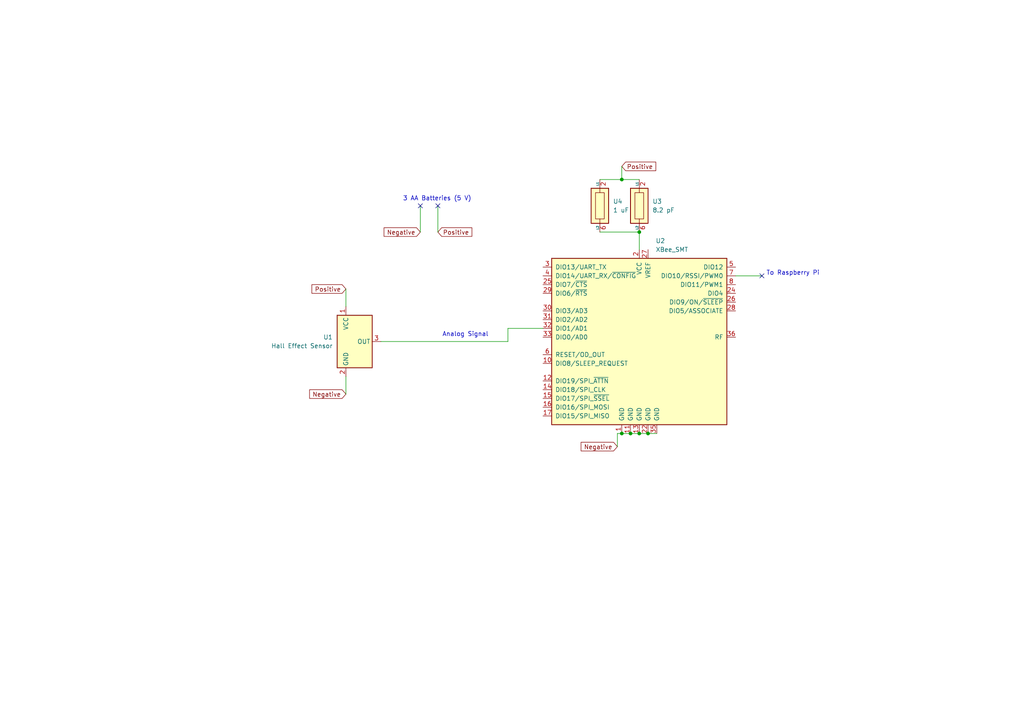
<source format=kicad_sch>
(kicad_sch (version 20230121) (generator eeschema)

  (uuid f9abcdbe-662d-441c-a30a-d404041cfd40)

  (paper "A4")

  (lib_symbols
    (symbol "Power_Management:HF81" (pin_names (offset 0)) (in_bom yes) (on_board yes)
      (property "Reference" "U" (at 3.81 1.27 0)
        (effects (font (size 1.27 1.27)) (justify left))
      )
      (property "Value" "HF81" (at 3.81 -1.27 0)
        (effects (font (size 1.27 1.27)) (justify left))
      )
      (property "Footprint" "Package_SO:SOIC-8_3.9x4.9mm_P1.27mm" (at 0 0 0)
        (effects (font (size 1.27 1.27) italic) hide)
      )
      (property "Datasheet" "http://www.monolithicpower.com/DesktopModules/DocumentManage/API/Document/getDocument?id=142" (at 0 0 0)
        (effects (font (size 1.27 1.27)) hide)
      )
      (property "ki_keywords" "X capacitor discharge" (at 0 0 0)
        (effects (font (size 1.27 1.27)) hide)
      )
      (property "ki_description" "X capacitor bleeder, SOIC-8" (at 0 0 0)
        (effects (font (size 1.27 1.27)) hide)
      )
      (property "ki_fp_filters" "SOIC*3.9x4.9mm*P1.27mm*" (at 0 0 0)
        (effects (font (size 1.27 1.27)) hide)
      )
      (symbol "HF81_0_1"
        (rectangle (start -2.54 5.08) (end 2.54 -5.08)
          (stroke (width 0.254) (type default))
          (fill (type background))
        )
        (rectangle (start -1.27 3.81) (end 1.27 -3.81)
          (stroke (width 0) (type default))
          (fill (type none))
        )
        (polyline
          (pts
            (xy 0 -3.81)
            (xy 0 -5.08)
          )
          (stroke (width 0) (type default))
          (fill (type none))
        )
        (polyline
          (pts
            (xy 0 5.08)
            (xy 0 3.81)
          )
          (stroke (width 0) (type default))
          (fill (type none))
        )
      )
      (symbol "HF81_1_1"
        (pin no_connect line (at -2.54 5.08 0) (length 2.54) hide
          (name "NC" (effects (font (size 1.27 1.27))))
          (number "1" (effects (font (size 1.27 1.27))))
        )
        (pin passive line (at 0 7.62 270) (length 2.54)
          (name "L1" (effects (font (size 0.635 0.635))))
          (number "2" (effects (font (size 1.27 1.27))))
        )
        (pin passive line (at 0 7.62 270) (length 2.54) hide
          (name "L1" (effects (font (size 0.635 0.635))))
          (number "3" (effects (font (size 1.27 1.27))))
        )
        (pin no_connect line (at -2.54 2.54 0) (length 2.54) hide
          (name "NC" (effects (font (size 1.27 1.27))))
          (number "4" (effects (font (size 1.27 1.27))))
        )
        (pin no_connect line (at -2.54 -2.54 0) (length 2.54) hide
          (name "NC" (effects (font (size 1.27 1.27))))
          (number "5" (effects (font (size 1.27 1.27))))
        )
        (pin passive line (at 0 -7.62 90) (length 2.54)
          (name "L2" (effects (font (size 0.635 0.635))))
          (number "6" (effects (font (size 1.27 1.27))))
        )
        (pin passive line (at 0 -7.62 90) (length 2.54) hide
          (name "L2" (effects (font (size 0.635 0.635))))
          (number "7" (effects (font (size 1.27 1.27))))
        )
        (pin no_connect line (at -2.54 -5.08 0) (length 2.54) hide
          (name "NC" (effects (font (size 1.27 1.27))))
          (number "8" (effects (font (size 1.27 1.27))))
        )
      )
    )
    (symbol "RF_ZigBee:XBee_SMT" (pin_names (offset 1.016)) (in_bom yes) (on_board yes)
      (property "Reference" "U" (at -24.384 26.162 0)
        (effects (font (size 1.27 1.27)))
      )
      (property "Value" "XBee_SMT" (at -20.828 24.384 0)
        (effects (font (size 1.27 1.27)))
      )
      (property "Footprint" "RF_Module:Digi_XBee_SMT" (at 21.336 -26.924 0)
        (effects (font (size 1.27 1.27)) hide)
      )
      (property "Datasheet" "http://www.digi.com/resources/documentation/digidocs/pdfs/90002126.pdf" (at 0 -10.16 0)
        (effects (font (size 1.27 1.27)) hide)
      )
      (property "ki_keywords" "Digi XBee" (at 0 0 0)
        (effects (font (size 1.27 1.27)) hide)
      )
      (property "ki_description" "Digi Xbee SMT RF module" (at 0 0 0)
        (effects (font (size 1.27 1.27)) hide)
      )
      (property "ki_fp_filters" "Digi*XBee*SMT*" (at 0 0 0)
        (effects (font (size 1.27 1.27)) hide)
      )
      (symbol "XBee_SMT_0_1"
        (rectangle (start -25.4 22.86) (end 25.4 -25.4)
          (stroke (width 0.254) (type default))
          (fill (type background))
        )
      )
      (symbol "XBee_SMT_1_1"
        (pin power_in line (at -5.08 -27.94 90) (length 2.54)
          (name "GND" (effects (font (size 1.27 1.27))))
          (number "1" (effects (font (size 1.27 1.27))))
        )
        (pin bidirectional line (at -27.94 -7.62 0) (length 2.54)
          (name "DIO8/SLEEP_REQUEST" (effects (font (size 1.27 1.27))))
          (number "10" (effects (font (size 1.27 1.27))))
        )
        (pin power_in line (at -2.54 -27.94 90) (length 2.54)
          (name "GND" (effects (font (size 1.27 1.27))))
          (number "11" (effects (font (size 1.27 1.27))))
        )
        (pin output line (at -27.94 -12.7 0) (length 2.54)
          (name "DIO19/SPI_~{ATTN}" (effects (font (size 1.27 1.27))))
          (number "12" (effects (font (size 1.27 1.27))))
        )
        (pin power_in line (at 0 -27.94 90) (length 2.54)
          (name "GND" (effects (font (size 1.27 1.27))))
          (number "13" (effects (font (size 1.27 1.27))))
        )
        (pin input line (at -27.94 -15.24 0) (length 2.54)
          (name "DIO18/SPI_CLK" (effects (font (size 1.27 1.27))))
          (number "14" (effects (font (size 1.27 1.27))))
        )
        (pin input line (at -27.94 -17.78 0) (length 2.54)
          (name "DIO17/SPI_~{SSEL}" (effects (font (size 1.27 1.27))))
          (number "15" (effects (font (size 1.27 1.27))))
        )
        (pin input line (at -27.94 -20.32 0) (length 2.54)
          (name "DIO16/SPI_MOSI" (effects (font (size 1.27 1.27))))
          (number "16" (effects (font (size 1.27 1.27))))
        )
        (pin output line (at -27.94 -22.86 0) (length 2.54)
          (name "DIO15/SPI_MISO" (effects (font (size 1.27 1.27))))
          (number "17" (effects (font (size 1.27 1.27))))
        )
        (pin no_connect line (at 25.4 -20.32 180) (length 2.54) hide
          (name "NC" (effects (font (size 1.27 1.27))))
          (number "18" (effects (font (size 1.27 1.27))))
        )
        (pin no_connect line (at 25.4 -17.78 180) (length 2.54) hide
          (name "NC" (effects (font (size 1.27 1.27))))
          (number "19" (effects (font (size 1.27 1.27))))
        )
        (pin power_in line (at 0 25.4 270) (length 2.54)
          (name "VCC" (effects (font (size 1.27 1.27))))
          (number "2" (effects (font (size 1.27 1.27))))
        )
        (pin no_connect line (at 25.4 -15.24 180) (length 2.54) hide
          (name "NC" (effects (font (size 1.27 1.27))))
          (number "20" (effects (font (size 1.27 1.27))))
        )
        (pin no_connect line (at 25.4 -12.7 180) (length 2.54) hide
          (name "NC" (effects (font (size 1.27 1.27))))
          (number "21" (effects (font (size 1.27 1.27))))
        )
        (pin power_in line (at 2.54 -27.94 90) (length 2.54)
          (name "GND" (effects (font (size 1.27 1.27))))
          (number "22" (effects (font (size 1.27 1.27))))
        )
        (pin no_connect line (at 25.4 -10.16 180) (length 2.54) hide
          (name "NC" (effects (font (size 1.27 1.27))))
          (number "23" (effects (font (size 1.27 1.27))))
        )
        (pin bidirectional line (at 27.94 12.7 180) (length 2.54)
          (name "DIO4" (effects (font (size 1.27 1.27))))
          (number "24" (effects (font (size 1.27 1.27))))
        )
        (pin bidirectional line (at -27.94 15.24 0) (length 2.54)
          (name "DIO7/~{CTS}" (effects (font (size 1.27 1.27))))
          (number "25" (effects (font (size 1.27 1.27))))
        )
        (pin bidirectional line (at 27.94 10.16 180) (length 2.54)
          (name "DIO9/ON/~{SLEEP}" (effects (font (size 1.27 1.27))))
          (number "26" (effects (font (size 1.27 1.27))))
        )
        (pin input line (at 2.54 25.4 270) (length 2.54)
          (name "VREF" (effects (font (size 1.27 1.27))))
          (number "27" (effects (font (size 1.27 1.27))))
        )
        (pin bidirectional line (at 27.94 7.62 180) (length 2.54)
          (name "DIO5/ASSOCIATE" (effects (font (size 1.27 1.27))))
          (number "28" (effects (font (size 1.27 1.27))))
        )
        (pin bidirectional line (at -27.94 12.7 0) (length 2.54)
          (name "DIO6/~{RTS}" (effects (font (size 1.27 1.27))))
          (number "29" (effects (font (size 1.27 1.27))))
        )
        (pin bidirectional line (at -27.94 20.32 0) (length 2.54)
          (name "DIO13/UART_TX" (effects (font (size 1.27 1.27))))
          (number "3" (effects (font (size 1.27 1.27))))
        )
        (pin bidirectional line (at -27.94 7.62 0) (length 2.54)
          (name "DIO3/AD3" (effects (font (size 1.27 1.27))))
          (number "30" (effects (font (size 1.27 1.27))))
        )
        (pin bidirectional line (at -27.94 5.08 0) (length 2.54)
          (name "DIO2/AD2" (effects (font (size 1.27 1.27))))
          (number "31" (effects (font (size 1.27 1.27))))
        )
        (pin bidirectional line (at -27.94 2.54 0) (length 2.54)
          (name "DIO1/AD1" (effects (font (size 1.27 1.27))))
          (number "32" (effects (font (size 1.27 1.27))))
        )
        (pin bidirectional line (at -27.94 0 0) (length 2.54)
          (name "DIO0/AD0" (effects (font (size 1.27 1.27))))
          (number "33" (effects (font (size 1.27 1.27))))
        )
        (pin no_connect line (at 25.4 -7.62 180) (length 2.54) hide
          (name "NC" (effects (font (size 1.27 1.27))))
          (number "34" (effects (font (size 1.27 1.27))))
        )
        (pin power_in line (at 5.08 -27.94 90) (length 2.54)
          (name "GND" (effects (font (size 1.27 1.27))))
          (number "35" (effects (font (size 1.27 1.27))))
        )
        (pin bidirectional line (at 27.94 0 180) (length 2.54)
          (name "RF" (effects (font (size 1.27 1.27))))
          (number "36" (effects (font (size 1.27 1.27))))
        )
        (pin no_connect line (at 25.4 -5.08 180) (length 2.54) hide
          (name "NC" (effects (font (size 1.27 1.27))))
          (number "37" (effects (font (size 1.27 1.27))))
        )
        (pin bidirectional line (at -27.94 17.78 0) (length 2.54)
          (name "DIO14/UART_RX/~{CONFIG}" (effects (font (size 1.27 1.27))))
          (number "4" (effects (font (size 1.27 1.27))))
        )
        (pin bidirectional line (at 27.94 20.32 180) (length 2.54)
          (name "DIO12" (effects (font (size 1.27 1.27))))
          (number "5" (effects (font (size 1.27 1.27))))
        )
        (pin bidirectional line (at -27.94 -5.08 0) (length 2.54)
          (name "RESET/OD_OUT" (effects (font (size 1.27 1.27))))
          (number "6" (effects (font (size 1.27 1.27))))
        )
        (pin bidirectional line (at 27.94 17.78 180) (length 2.54)
          (name "DIO10/RSSI/PWM0" (effects (font (size 1.27 1.27))))
          (number "7" (effects (font (size 1.27 1.27))))
        )
        (pin bidirectional line (at 27.94 15.24 180) (length 2.54)
          (name "DIO11/PWM1" (effects (font (size 1.27 1.27))))
          (number "8" (effects (font (size 1.27 1.27))))
        )
        (pin no_connect line (at 25.4 -22.86 180) (length 2.54) hide
          (name "NC" (effects (font (size 1.27 1.27))))
          (number "9" (effects (font (size 1.27 1.27))))
        )
      )
    )
    (symbol "Sensor_Magnetic:DRV5055A2xLPGxQ1" (in_bom yes) (on_board yes)
      (property "Reference" "U" (at 5.08 12.7 0)
        (effects (font (size 1.27 1.27)))
      )
      (property "Value" "DRV5055A2xLPGxQ1" (at 7.62 10.16 0)
        (effects (font (size 1.27 1.27)))
      )
      (property "Footprint" "Package_TO_SOT_THT:TO-92_Inline" (at 0 0 0)
        (effects (font (size 1.27 1.27)) hide)
      )
      (property "Datasheet" "https://www.ti.com/lit/ds/symlink/drv5055-q1.pdf" (at 0 0 0)
        (effects (font (size 1.27 1.27)) hide)
      )
      (property "ki_keywords" "Automotive Ratiometric Linear Hall Effect Sensor AEC-Q100" (at 0 0 0)
        (effects (font (size 1.27 1.27)) hide)
      )
      (property "ki_description" "50 mV/mT,±42-mT, 20-kHz, 3.3/5V, TO-92" (at 0 0 0)
        (effects (font (size 1.27 1.27)) hide)
      )
      (property "ki_fp_filters" "TO?92*" (at 0 0 0)
        (effects (font (size 1.27 1.27)) hide)
      )
      (symbol "DRV5055A2xLPGxQ1_1_1"
        (rectangle (start -5.08 7.62) (end 5.08 -7.62)
          (stroke (width 0.254) (type default))
          (fill (type background))
        )
        (pin power_in line (at -2.54 10.16 270) (length 2.54)
          (name "VCC" (effects (font (size 1.27 1.27))))
          (number "1" (effects (font (size 1.27 1.27))))
        )
        (pin power_in line (at -2.54 -10.16 90) (length 2.54)
          (name "GND" (effects (font (size 1.27 1.27))))
          (number "2" (effects (font (size 1.27 1.27))))
        )
        (pin output line (at 7.62 0 180) (length 2.54)
          (name "OUT" (effects (font (size 1.27 1.27))))
          (number "3" (effects (font (size 1.27 1.27))))
        )
      )
    )
  )

  (junction (at 185.42 67.31) (diameter 0) (color 0 0 0 0)
    (uuid 11006979-8d0f-4520-aa4d-af9cb0bf19dc)
  )
  (junction (at 180.34 52.07) (diameter 0) (color 0 0 0 0)
    (uuid 17fa581b-4a5a-443d-a21d-4b39b815ab3f)
  )
  (junction (at 180.34 125.73) (diameter 0) (color 0 0 0 0)
    (uuid 734c7b57-db52-4daf-922f-13886a77fdf0)
  )
  (junction (at 182.88 125.73) (diameter 0) (color 0 0 0 0)
    (uuid 8245b7a9-cdd5-4a4a-9787-9311980f50c8)
  )
  (junction (at 185.42 125.73) (diameter 0) (color 0 0 0 0)
    (uuid ad8917ec-b7a9-4226-b4cd-a721b9369656)
  )
  (junction (at 187.96 125.73) (diameter 0) (color 0 0 0 0)
    (uuid d1e02458-7a57-4b06-a051-f14e683080a8)
  )

  (no_connect (at 121.92 59.69) (uuid 21b18f65-f004-427f-99ac-a6d9c6d44808))
  (no_connect (at 127 59.69) (uuid 69d59910-3b41-4078-b6b0-63e0ce1bafa6))
  (no_connect (at 220.98 80.01) (uuid c1cbe75c-4117-47c3-ae55-322c8c98b7d9))

  (wire (pts (xy 173.99 52.07) (xy 180.34 52.07))
    (stroke (width 0) (type default))
    (uuid 0ab47866-94d2-440a-9bb0-01ab724ca3cf)
  )
  (wire (pts (xy 121.92 59.69) (xy 121.92 67.31))
    (stroke (width 0) (type default))
    (uuid 24dc198e-35aa-4a0c-a1fd-19ae258c979e)
  )
  (wire (pts (xy 185.42 125.73) (xy 187.96 125.73))
    (stroke (width 0) (type default))
    (uuid 2c42aa78-cb44-4238-ac33-827dc736cb5a)
  )
  (wire (pts (xy 147.32 99.06) (xy 147.32 95.25))
    (stroke (width 0) (type default))
    (uuid 3b849feb-0f2d-47db-b7e2-2207fdec9d83)
  )
  (wire (pts (xy 182.88 125.73) (xy 185.42 125.73))
    (stroke (width 0) (type default))
    (uuid 60307ffc-b454-4ae4-8c17-0f755642cbbb)
  )
  (wire (pts (xy 100.33 83.82) (xy 100.33 88.9))
    (stroke (width 0) (type default))
    (uuid 76e38ecf-0540-4a80-9039-1461b4961945)
  )
  (wire (pts (xy 100.33 114.3) (xy 100.33 109.22))
    (stroke (width 0) (type default))
    (uuid 78304a09-647c-4166-97f4-6cc58e20a685)
  )
  (wire (pts (xy 180.34 48.26) (xy 180.34 52.07))
    (stroke (width 0) (type default))
    (uuid 783056a6-dddf-49a3-87f2-67c717f68879)
  )
  (wire (pts (xy 179.07 125.73) (xy 179.07 129.54))
    (stroke (width 0) (type default))
    (uuid 7833b20a-8fdd-4bca-81a4-49564fbb0a9a)
  )
  (wire (pts (xy 213.36 80.01) (xy 220.98 80.01))
    (stroke (width 0) (type default))
    (uuid 84fca07b-04c6-46e0-8349-b5fb3373df95)
  )
  (wire (pts (xy 147.32 95.25) (xy 157.48 95.25))
    (stroke (width 0) (type default))
    (uuid 93c33414-1103-41bb-bcf6-19d2c25e4953)
  )
  (wire (pts (xy 180.34 52.07) (xy 185.42 52.07))
    (stroke (width 0) (type default))
    (uuid 97d75bbf-bbc7-4c05-99b8-9a9f4ef8b9f5)
  )
  (wire (pts (xy 173.99 67.31) (xy 185.42 67.31))
    (stroke (width 0) (type default))
    (uuid a6f7c610-ffd7-4ea8-b06c-5244e1505d94)
  )
  (wire (pts (xy 127 59.69) (xy 127 67.31))
    (stroke (width 0) (type default))
    (uuid a80af0dd-6c09-4264-af0d-772936d6dbe5)
  )
  (wire (pts (xy 110.49 99.06) (xy 147.32 99.06))
    (stroke (width 0) (type default))
    (uuid b4e43c61-cff6-476c-8c06-59c65cecbda2)
  )
  (wire (pts (xy 180.34 125.73) (xy 182.88 125.73))
    (stroke (width 0) (type default))
    (uuid bc34bcf4-e8d1-4485-9cf4-408009d7ff87)
  )
  (wire (pts (xy 187.96 125.73) (xy 190.5 125.73))
    (stroke (width 0) (type default))
    (uuid bced5663-571b-46cb-b1ab-04f1df76ad1e)
  )
  (wire (pts (xy 179.07 125.73) (xy 180.34 125.73))
    (stroke (width 0) (type default))
    (uuid f33a0f06-f4d0-4e06-8f30-05f6b9ce24ea)
  )
  (wire (pts (xy 185.42 67.31) (xy 185.42 72.39))
    (stroke (width 0) (type default))
    (uuid fb4b674c-8d31-47b9-948f-ddfb5599efe4)
  )

  (text "3 AA Batteries (5 V)" (at 116.84 58.42 0)
    (effects (font (size 1.27 1.27)) (justify left bottom))
    (uuid 09ee09ff-62b9-4bf3-9961-5bc167ef804b)
  )
  (text "Analog Signal" (at 128.27 97.79 0)
    (effects (font (size 1.27 1.27)) (justify left bottom))
    (uuid 30fc9c42-0e7a-41f9-a706-512df399b4c0)
  )
  (text "To Raspberry Pi" (at 222.25 80.01 0)
    (effects (font (size 1.27 1.27)) (justify left bottom))
    (uuid e3f737c7-df3a-46d5-bcf7-188e05347340)
  )

  (global_label "Positive" (shape input) (at 180.34 48.26 0) (fields_autoplaced)
    (effects (font (size 1.27 1.27)) (justify left))
    (uuid 517bf356-9d1a-4d0c-9d14-f1e24aaa7fd6)
    (property "Intersheetrefs" "${INTERSHEET_REFS}" (at 190.7638 48.26 0)
      (effects (font (size 1.27 1.27)) (justify left) hide)
    )
  )
  (global_label "Negative" (shape input) (at 179.07 129.54 180) (fields_autoplaced)
    (effects (font (size 1.27 1.27)) (justify right))
    (uuid 7331ffa2-8142-484b-a022-9b4b44637728)
    (property "Intersheetrefs" "${INTERSHEET_REFS}" (at 167.981 129.54 0)
      (effects (font (size 1.27 1.27)) (justify right) hide)
    )
  )
  (global_label "Negative" (shape input) (at 121.92 67.31 180) (fields_autoplaced)
    (effects (font (size 1.27 1.27)) (justify right))
    (uuid 9bcf6c3d-e4a0-499c-9923-77d428bd3d5b)
    (property "Intersheetrefs" "${INTERSHEET_REFS}" (at 110.831 67.31 0)
      (effects (font (size 1.27 1.27)) (justify right) hide)
    )
  )
  (global_label "Positive" (shape input) (at 127 67.31 0) (fields_autoplaced)
    (effects (font (size 1.27 1.27)) (justify left))
    (uuid a74fe63e-22ca-4c42-8021-3b0cd6800c99)
    (property "Intersheetrefs" "${INTERSHEET_REFS}" (at 137.4238 67.31 0)
      (effects (font (size 1.27 1.27)) (justify left) hide)
    )
  )
  (global_label "Negative" (shape input) (at 100.33 114.3 180) (fields_autoplaced)
    (effects (font (size 1.27 1.27)) (justify right))
    (uuid b3190501-ded6-4c4f-8e10-c688824e69da)
    (property "Intersheetrefs" "${INTERSHEET_REFS}" (at 89.241 114.3 0)
      (effects (font (size 1.27 1.27)) (justify right) hide)
    )
  )
  (global_label "Positive" (shape input) (at 100.33 83.82 180) (fields_autoplaced)
    (effects (font (size 1.27 1.27)) (justify right))
    (uuid e23a544a-ff54-4bbc-85c5-1243cf775843)
    (property "Intersheetrefs" "${INTERSHEET_REFS}" (at 89.9062 83.82 0)
      (effects (font (size 1.27 1.27)) (justify right) hide)
    )
  )

  (symbol (lib_id "RF_ZigBee:XBee_SMT") (at 185.42 97.79 0) (unit 1)
    (in_bom yes) (on_board yes) (dnp no) (fields_autoplaced)
    (uuid 57a62314-b86c-4b1e-8c72-042e5401b386)
    (property "Reference" "U2" (at 190.1541 69.85 0)
      (effects (font (size 1.27 1.27)) (justify left))
    )
    (property "Value" "XBee_SMT" (at 190.1541 72.39 0)
      (effects (font (size 1.27 1.27)) (justify left))
    )
    (property "Footprint" "RF_Module:Digi_XBee_SMT" (at 206.756 124.714 0)
      (effects (font (size 1.27 1.27)) hide)
    )
    (property "Datasheet" "http://www.digi.com/resources/documentation/digidocs/pdfs/90002126.pdf" (at 185.42 107.95 0)
      (effects (font (size 1.27 1.27)) hide)
    )
    (pin "1" (uuid dae6653f-9d46-42ed-a594-2cea5f8e22ba))
    (pin "10" (uuid b8e84b54-2eff-497d-9643-fffe41b46489))
    (pin "11" (uuid d915e1b7-43e1-461d-a7d1-cd5cb974373b))
    (pin "12" (uuid 6860e304-8b78-4c23-8a3e-f9197f7051a0))
    (pin "13" (uuid fb002ead-56e2-482d-bfbc-6fc8d64e9507))
    (pin "14" (uuid e32e02a2-2299-45ad-ad59-e378865b73bb))
    (pin "15" (uuid 7bc37ca1-7cda-48b3-b068-eeb71acf2960))
    (pin "16" (uuid 1027b97e-e1d7-457a-806d-6a3d6c0f8e70))
    (pin "17" (uuid 291b48e5-6e7d-4031-a2ae-ead6c288fe3a))
    (pin "18" (uuid 1ce877ab-7acf-41bf-ac99-ee6cb6eee46a))
    (pin "19" (uuid 73366bdd-1dc1-4430-b449-29feaa3413fa))
    (pin "2" (uuid 23132ea2-e125-4c14-8b27-13738d043825))
    (pin "20" (uuid 799fd97f-0d38-44ba-ab7f-7df3484d93bf))
    (pin "21" (uuid 70940507-c8b0-4a65-a909-77e7d6357418))
    (pin "22" (uuid dd84f7dc-5900-4dc7-8638-9ff293432474))
    (pin "23" (uuid 752579b0-d440-41f3-b9ba-0acb09d6ffd5))
    (pin "24" (uuid 456cf55c-2bd6-429a-8461-f27e6d244daf))
    (pin "25" (uuid 356427c3-c22f-4f97-b21d-17dc99ce2b83))
    (pin "26" (uuid 1da1bdf7-aca5-4efd-9229-a3ccb3d2582a))
    (pin "27" (uuid ff1fa294-a2d1-47bc-94aa-1faa70776815))
    (pin "28" (uuid 93c5ea76-e158-4917-b00d-693dfb16f1e5))
    (pin "29" (uuid 9752bb34-95bd-43c6-b838-4d1632b17b95))
    (pin "3" (uuid d301ca00-52e5-4edd-b46f-546b04bc0855))
    (pin "30" (uuid 28636a29-640a-45ce-87a9-54551d6de6ca))
    (pin "31" (uuid a4995fcc-04ce-4db4-838a-994e9299eacf))
    (pin "32" (uuid e454d219-02b6-4ad6-84de-fb85d2d28111))
    (pin "33" (uuid 44b83f6e-dcf7-4966-94c8-0c82c93cadd9))
    (pin "34" (uuid 99f6902e-73c9-4809-8abd-2ee7354a07c7))
    (pin "35" (uuid 317260f7-a57b-4919-ba7f-22a898ba7bed))
    (pin "36" (uuid 60c9c9b7-d672-4db7-93cf-bff5262ca9ea))
    (pin "37" (uuid ff00cba3-a01b-476d-82d6-bab29f482648))
    (pin "4" (uuid fb832f97-5044-43c9-bd2c-0e1228c0cc65))
    (pin "5" (uuid a997aca9-2605-49e1-aa39-cbc0fc397f50))
    (pin "6" (uuid 538f6eac-60f9-4b27-a0c6-12c4862c9e61))
    (pin "7" (uuid 7d4d8edd-557f-4a98-93c9-30fbc4393696))
    (pin "8" (uuid 199810f5-7c2e-4322-bede-84574272e9d4))
    (pin "9" (uuid 1eda36b6-f984-4277-be70-84951fca10a0))
    (instances
      (project "Work Subsystem Schematic"
        (path "/f9abcdbe-662d-441c-a30a-d404041cfd40"
          (reference "U2") (unit 1)
        )
      )
    )
  )

  (symbol (lib_id "Power_Management:HF81") (at 173.99 59.69 0) (unit 1)
    (in_bom yes) (on_board yes) (dnp no) (fields_autoplaced)
    (uuid 6299ec3c-e40c-4663-980d-04017b0f012b)
    (property "Reference" "U4" (at 177.8 58.42 0)
      (effects (font (size 1.27 1.27)) (justify left))
    )
    (property "Value" "1 uF" (at 177.8 60.96 0)
      (effects (font (size 1.27 1.27)) (justify left))
    )
    (property "Footprint" "Package_SO:SOIC-8_3.9x4.9mm_P1.27mm" (at 173.99 59.69 0)
      (effects (font (size 1.27 1.27) italic) hide)
    )
    (property "Datasheet" "http://www.monolithicpower.com/DesktopModules/DocumentManage/API/Document/getDocument?id=142" (at 173.99 59.69 0)
      (effects (font (size 1.27 1.27)) hide)
    )
    (pin "1" (uuid 0e05a828-43a1-4628-826f-b6d17d3b8364))
    (pin "2" (uuid afd5e42b-9ec2-4726-bb68-4b475c106cae))
    (pin "3" (uuid ef2edf57-b8c6-49da-ad3e-36840c184844))
    (pin "4" (uuid 3b4452f6-2b4c-4089-8dac-ad0964eb525f))
    (pin "5" (uuid abf491a4-8b76-4c78-bd6b-537922673687))
    (pin "6" (uuid a1db5699-bdd9-4ba4-8835-5e903373f194))
    (pin "7" (uuid 2c72825a-2d2c-41b0-ae8c-f7ca7904903b))
    (pin "8" (uuid 28188809-1fb2-4e1c-b676-0ed704f31ea0))
    (instances
      (project "Work Subsystem Schematic"
        (path "/f9abcdbe-662d-441c-a30a-d404041cfd40"
          (reference "U4") (unit 1)
        )
      )
    )
  )

  (symbol (lib_id "Power_Management:HF81") (at 185.42 59.69 0) (unit 1)
    (in_bom yes) (on_board yes) (dnp no) (fields_autoplaced)
    (uuid 6d6103d5-cd96-408d-9c6d-a8edb058e039)
    (property "Reference" "U3" (at 189.23 58.42 0)
      (effects (font (size 1.27 1.27)) (justify left))
    )
    (property "Value" "8.2 pF" (at 189.23 60.96 0)
      (effects (font (size 1.27 1.27)) (justify left))
    )
    (property "Footprint" "Package_SO:SOIC-8_3.9x4.9mm_P1.27mm" (at 185.42 59.69 0)
      (effects (font (size 1.27 1.27) italic) hide)
    )
    (property "Datasheet" "http://www.monolithicpower.com/DesktopModules/DocumentManage/API/Document/getDocument?id=142" (at 185.42 59.69 0)
      (effects (font (size 1.27 1.27)) hide)
    )
    (pin "1" (uuid 5bb162a1-99d2-43c7-b974-a7fcef1f7113))
    (pin "2" (uuid 34275b9d-4dc7-4889-bcae-56181c2e0f2b))
    (pin "3" (uuid f884e11d-78f8-4419-85b1-1fe367b1e876))
    (pin "4" (uuid ae2f7ac4-513c-47b0-b091-5d176aa1d262))
    (pin "5" (uuid 7efcd8cf-2fd0-4ee7-a452-464016848b98))
    (pin "6" (uuid aceeba2a-5493-4bdb-8c9f-04b44b005cd8))
    (pin "7" (uuid 70ec91fc-3da6-4e71-9aee-e2449a9a4028))
    (pin "8" (uuid 1ae88676-07a0-4dfb-a974-a0687cbd64a5))
    (instances
      (project "Work Subsystem Schematic"
        (path "/f9abcdbe-662d-441c-a30a-d404041cfd40"
          (reference "U3") (unit 1)
        )
      )
    )
  )

  (symbol (lib_id "Sensor_Magnetic:DRV5055A2xLPGxQ1") (at 102.87 99.06 0) (unit 1)
    (in_bom yes) (on_board yes) (dnp no) (fields_autoplaced)
    (uuid b1e196b0-ef28-4bce-918d-ddff32a84404)
    (property "Reference" "U1" (at 96.52 97.79 0)
      (effects (font (size 1.27 1.27)) (justify right))
    )
    (property "Value" "Hall Effect Sensor" (at 96.52 100.33 0)
      (effects (font (size 1.27 1.27)) (justify right))
    )
    (property "Footprint" "Package_TO_SOT_THT:TO-92_Inline" (at 102.87 99.06 0)
      (effects (font (size 1.27 1.27)) hide)
    )
    (property "Datasheet" "https://www.ti.com/lit/ds/symlink/drv5055-q1.pdf" (at 102.87 99.06 0)
      (effects (font (size 1.27 1.27)) hide)
    )
    (pin "1" (uuid 46e64e34-e0ac-4b8e-a060-ea4920507481))
    (pin "2" (uuid 74f7a8e4-8fb2-41f9-958e-7fa8bdd8bd44))
    (pin "3" (uuid 557d3b23-5065-4edb-9914-cc907b81ec5f))
    (instances
      (project "Work Subsystem Schematic"
        (path "/f9abcdbe-662d-441c-a30a-d404041cfd40"
          (reference "U1") (unit 1)
        )
      )
    )
  )

  (sheet_instances
    (path "/" (page "1"))
  )
)

</source>
